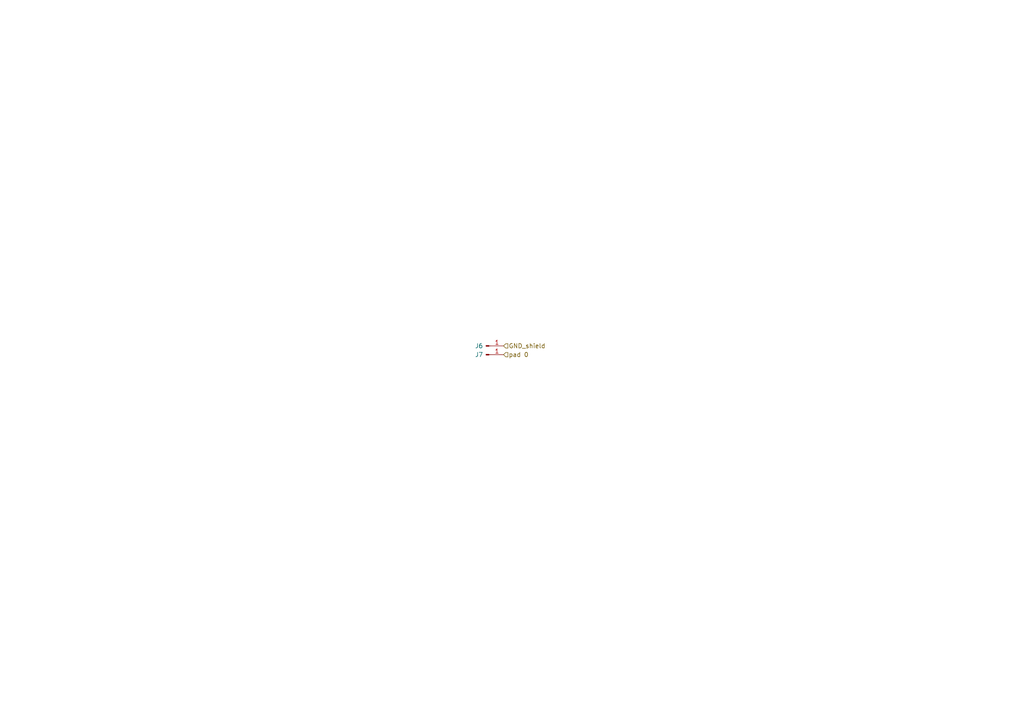
<source format=kicad_sch>
(kicad_sch (version 20250114) (generator "eeschema") (generator_version "9.0")
  (paper "A4")
  (lib_symbols
    (symbol "Connector:Conn_01x01_Pin" (pin_names (offset 1.016) (hide yes))
      (property "Reference" "J" (at 0 2.54 0))
      (property "Value" "Conn_01x01_Pin" (at 0 -2.54 0))
      (symbol "Conn_01x01_Pin_1_1"
        (rectangle (start 0.8636 0.127) (end 0 -0.127) (stroke (width 0.1524)) (fill (type outline)))
        (polyline (pts (xy 1.27 0) (xy 0.8636 0)) (stroke (width 0.1524)))
        (pin passive line (at 5.08 0 180) (length 3.81) (name "Pin_1") (number "1"))
      )
    )
  )
  (hierarchical_label "pad 0" (shape input) (at 146.05 102.87 0))
  (hierarchical_label "GND_shield" (shape input) (at 146.05 100.33 0))
  (symbol (lib_id "Connector:Conn_01x01_Pin") (at 140.97 100.33 0) (unit 1)
    (property "Reference" "J6" (at 138.938 100.33 0))
    (property "Value" "Conn_01x01_Pin" (effects (hide yes)))
    (property "Footprint" "footprints:Header_spacer" (effects (hide yes)))
    (property "Description" "Generic connector, single row, 01x01, script generated" (effects (hide yes)))
  )
  (symbol (lib_id "Connector:Conn_01x01_Pin") (at 140.97 102.87 0) (unit 1)
    (property "Reference" "J7" (at 138.938 102.87 0))
    (property "Value" "Conn_01x01_Pin" (effects (hide yes)))
    (property "Footprint" "footprints:Header_spacer" (effects (hide yes)))
    (property "Description" "Generic connector, single row, 01x01, script generated" (effects (hide yes)))
  )
)
</source>
